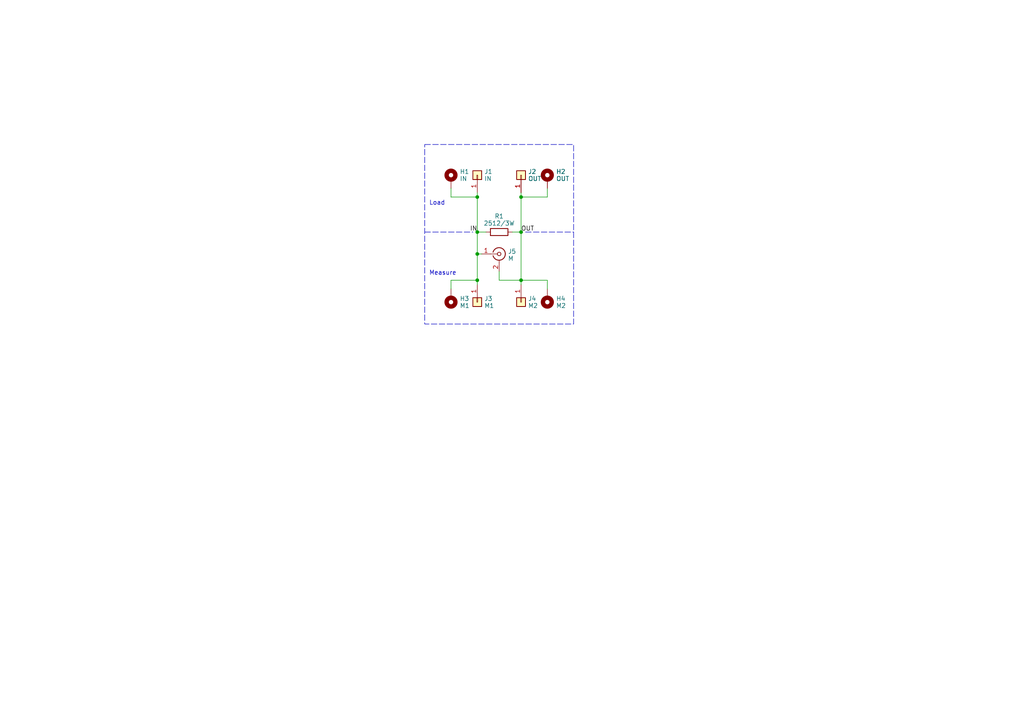
<source format=kicad_sch>
(kicad_sch (version 20230121) (generator eeschema)
  (paper "A4")
  (title_block (title "Current Probe") (date "${DATE}") (rev "${VERSION}"))
  (lib_symbols
    (symbol "Connector:Conn_Coaxial" (pin_names (offset 1.016) hide)
      (property "Reference" "J" (at 0.254 3.048 0))
      (property "Value" "Conn_Coaxial" (at 2.921 0 90))
      (symbol "Conn_Coaxial_0_1"
        (arc (start -1.778 -0.508) (mid 0.2311 -1.8066) (end 1.778 0) (stroke (width 0.254)))
        (polyline (pts (xy -2.54 0) (xy -0.508 0)))
        (polyline (pts (xy 0 -2.54) (xy 0 -1.778)))
        (circle (center 0 0) (radius 0.508) (stroke (width 0.2032)))
        (arc (start 1.778 0) (mid 0.2099 1.8101) (end -1.778 0.508) (stroke (width 0.254)))
      )
      (symbol "Conn_Coaxial_1_1"
        (pin passive line (at -5.08 0 0) (length 2.54) (name "In") (number "1"))
        (pin passive line (at 0 -5.08 90) (length 2.54) (name "Ext") (number "2"))
      )
    )
    (symbol "Connector_Generic:Conn_01x01" (pin_names (offset 1.016) hide)
      (property "Reference" "J" (at 0 2.54 0))
      (property "Value" "Conn_01x01" (at 0 -2.54 0))
      (symbol "Conn_01x01_1_1"
        (rectangle (start -1.27 0.127) (end 0 -0.127) (stroke (width 0.1524)))
        (rectangle (start -1.27 1.27) (end 1.27 -1.27) (stroke (width 0.254)) (fill (type background)))
        (pin passive line (at -5.08 0 0) (length 3.81) (name "Pin_1") (number "1"))
      )
    )
    (symbol "Device:R" (pin_numbers hide) (pin_names (offset 0))
      (property "Reference" "R" (at 2.032 0 90))
      (property "Value" "R" (at 0 0 90))
      (symbol "R_0_1"
        (rectangle (start -1.016 -2.54) (end 1.016 2.54) (stroke (width 0.254)))
      )
      (symbol "R_1_1"
        (pin passive line (at 0 3.81 270) (length 1.27) (name "~") (number "1"))
        (pin passive line (at 0 -3.81 90) (length 1.27) (name "~") (number "2"))
      )
    )
    (symbol "Mechanical:MountingHole_Pad" (pin_numbers hide) (pin_names (offset 1.016) hide)
      (property "Reference" "H" (at 0 6.35 0))
      (property "Value" "MountingHole_Pad" (at 0 4.445 0))
      (symbol "MountingHole_Pad_0_1"
        (circle (center 0 1.27) (radius 1.27) (stroke (width 1.27)))
      )
      (symbol "MountingHole_Pad_1_1"
        (pin input line (at 0 -2.54 90) (length 2.54) (name "1") (number "1"))
      )
    )
  )
  (junction (at 151.13 81.28))
  (junction (at 138.43 57.15))
  (junction (at 138.43 67.31))
  (junction (at 151.13 67.31))
  (junction (at 138.43 73.66))
  (junction (at 151.13 57.15))
  (junction (at 138.43 81.28))
  (wire (pts (xy 138.43 73.66) (xy 138.43 81.28)))
  (wire (pts (xy 130.81 57.15) (xy 138.43 57.15)))
  (wire (pts (xy 130.81 81.28) (xy 138.43 81.28)))
  (polyline (pts (xy 123.19 67.31) (xy 137.16 67.31)) (stroke (width 0) (type dash)))
  (wire (pts (xy 138.43 73.66) (xy 139.7 73.66)))
  (wire (pts (xy 138.43 57.15) (xy 138.43 67.31)))
  (wire (pts (xy 144.78 81.28) (xy 151.13 81.28)))
  (wire (pts (xy 158.75 54.61) (xy 158.75 57.15)))
  (wire (pts (xy 138.43 67.31) (xy 138.43 73.66)))
  (wire (pts (xy 138.43 67.31) (xy 140.97 67.31)))
  (wire (pts (xy 151.13 81.28) (xy 151.13 82.55)))
  (wire (pts (xy 151.13 67.31) (xy 151.13 81.28)))
  (wire (pts (xy 144.78 81.28) (xy 144.78 78.74)))
  (wire (pts (xy 148.59 67.31) (xy 151.13 67.31)))
  (wire (pts (xy 138.43 55.88) (xy 138.43 57.15)))
  (wire (pts (xy 151.13 55.88) (xy 151.13 57.15)))
  (wire (pts (xy 130.81 54.61) (xy 130.81 57.15)))
  (polyline (pts (xy 152.4 67.31) (xy 166.37 67.31)) (stroke (width 0) (type dash)))
  (wire (pts (xy 138.43 81.28) (xy 138.43 82.55)))
  (wire (pts (xy 158.75 57.15) (xy 151.13 57.15)))
  (wire (pts (xy 130.81 83.82) (xy 130.81 81.28)))
  (wire (pts (xy 158.75 83.82) (xy 158.75 81.28)))
  (wire (pts (xy 151.13 57.15) (xy 151.13 67.31)))
  (wire (pts (xy 158.75 81.28) (xy 151.13 81.28)))
  (rectangle (start 123.19 41.91) (end 166.37 93.98) (stroke (width 0) (type dash)))
  (text "Measure" (at 124.46 80.01 0) (effects (font (size 1.27 1.27)) (justify left bottom)))
  (text "Load" (at 124.46 59.69 0) (effects (font (size 1.27 1.27)) (justify left bottom)))
  (label "IN" (at 138.43 67.31 180))
  (label "OUT" (at 151.13 67.31 0))
  (symbol (lib_id "Connector_Generic:Conn_01x01") (at 151.13 50.8 270) (mirror x) (unit 1)
    (property "Reference" "J2" (at 153.162 49.776 90) (effects (justify left)))
    (property "Value" "OUT" (at 153.162 51.824 90) (effects (justify left)))
    (property "Footprint" "My_Footprints:4mm_print_socket_with_hole" (effects hide))
  )
  (symbol (lib_id "Connector_Generic:Conn_01x01") (at 138.43 87.63 270) (unit 1)
    (property "Reference" "J3" (at 140.462 86.606 90) (effects (justify left)))
    (property "Value" "M1" (at 140.462 88.654 90) (effects (justify left)))
    (property "Footprint" "My_Footprints:4mm_print_socket_with_hole" (effects hide))
  )
  (symbol (lib_id "Connector_Generic:Conn_01x01") (at 138.43 50.8 270) (mirror x) (unit 1)
    (property "Reference" "J1" (at 140.462 49.776 90) (effects (justify left)))
    (property "Value" "IN" (at 140.462 51.824 90) (effects (justify left)))
    (property "Footprint" "My_Footprints:4mm_print_socket_with_hole" (effects hide))
  )
  (symbol (lib_id "Mechanical:MountingHole_Pad") (at 158.75 52.07 0) (mirror y) (unit 1)
    (property "Reference" "H2" (at 161.29 49.776 0) (effects (justify right)))
    (property "Value" "OUT" (at 161.29 51.824 0) (effects (justify right)))
    (property "Footprint" "MountingHole:MountingHole_3.2mm_M3_Pad_Via" (effects hide))
  )
  (symbol (lib_id "Connector_Generic:Conn_01x01") (at 151.13 87.63 270) (unit 1)
    (property "Reference" "J4" (at 153.162 86.606 90) (effects (justify left)))
    (property "Value" "M2" (at 153.162 88.654 90) (effects (justify left)))
    (property "Footprint" "My_Footprints:4mm_print_socket_with_hole" (effects hide))
  )
  (symbol (lib_id "Mechanical:MountingHole_Pad") (at 130.81 86.36 180) (unit 1)
    (property "Reference" "H3" (at 133.35 86.606 0) (effects (justify right)))
    (property "Value" "M1" (at 133.35 88.654 0) (effects (justify right)))
    (property "Footprint" "MountingHole:MountingHole_3.2mm_M3_Pad_Via" (effects hide))
  )
  (symbol (lib_id "Connector:Conn_Coaxial") (at 144.78 73.66 0) (unit 1)
    (property "Reference" "J5" (at 147.3201 72.9292 0) (effects (justify left)))
    (property "Value" "M" (at 147.3201 74.9772 0) (effects (justify left)))
    (property "Footprint" "Connector_Coaxial:BNC_TEConnectivity_1478204_Vertical" (effects hide))
    (property "Datasheet" " ~" (effects hide))
  )
  (symbol (lib_id "Device:R") (at 144.78 67.31 90) (unit 1)
    (property "Reference" "R1" (at 144.78 62.714 90))
    (property "Value" "2512/3W" (at 144.78 64.762 90))
    (property "Footprint" "Resistor_SMD:R_2512_6332Metric_Pad1.40x3.35mm_HandSolder" (effects hide))
  )
  (symbol (lib_id "Mechanical:MountingHole_Pad") (at 130.81 52.07 0) (mirror y) (unit 1)
    (property "Reference" "H1" (at 133.35 49.776 0) (effects (justify right)))
    (property "Value" "IN" (at 133.35 51.824 0) (effects (justify right)))
    (property "Footprint" "MountingHole:MountingHole_3.2mm_M3_Pad_Via" (effects hide))
  )
  (symbol (lib_id "Mechanical:MountingHole_Pad") (at 158.75 86.36 180) (unit 1)
    (property "Reference" "H4" (at 161.29 86.606 0) (effects (justify right)))
    (property "Value" "M2" (at 161.29 88.654 0) (effects (justify right)))
    (property "Footprint" "MountingHole:MountingHole_3.2mm_M3_Pad_Via" (effects hide))
  )
)
</source>
